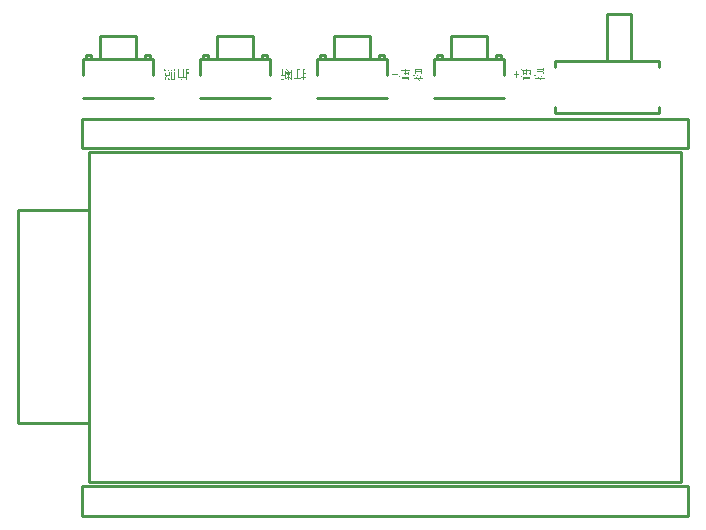
<source format=gto>
G04 Layer: TopSilkscreenLayer*
G04 EasyEDA Pro v2.2.43.4, 2025-12-31 16:20:31*
G04 Gerber Generator version 0.3*
G04 Scale: 100 percent, Rotated: No, Reflected: No*
G04 Dimensions in millimeters*
G04 Leading zeros omitted, absolute positions, 4 integers and 5 decimals*
G04 Generated by one-click*
%FSLAX45Y45*%
%MOMM*%
%ADD10C,0.254*%
%ADD11C,0.2730*%
G75*


G04 Text Start*
G36*
G01X4555779Y3828992D02*
G01X4555952Y3828646D01*
G01X4555779Y3827607D01*
G01X4555432Y3809596D01*
G01X4555259Y3803188D01*
G01X4555432Y3796781D01*
G01X4555779Y3780501D01*
G01X4555952Y3779289D01*
G01X4555779Y3778856D01*
G01X4555259Y3778943D01*
G01X4553701Y3779809D01*
G01X4552315Y3780674D01*
G01X4551103Y3781367D01*
G01X4550064Y3782060D01*
G01X4527896Y3782406D01*
G01X4505556Y3782233D01*
G01X4504690Y3781541D01*
G01X4503824Y3780155D01*
G01X4502785Y3778423D01*
G01X4502309Y3777860D01*
G01X4501919Y3777904D01*
G01X4501053Y3778596D01*
G01X4498282Y3780674D01*
G01X4497416Y3781367D01*
G01X4496377Y3782060D01*
G01X4495338Y3782926D01*
G01X4495165Y3783792D01*
G01X4495858Y3784311D01*
G01X4496724Y3785004D01*
G01X4497589Y3785870D01*
G01X4497979Y3790719D01*
G01X4498067Y3800071D01*
G01X4504344Y3800071D01*
G01X4504344Y3785177D01*
G01X4549024Y3785177D01*
G01X4549024Y3792451D01*
G01X4549024Y3792451D01*
G01X4548851Y3799898D01*
G01X4526511Y3800071D01*
G01X4504344Y3800071D01*
G01X4498067Y3800071D01*
G01X4498109Y3804574D01*
G01X4497992Y3817389D01*
G01X4504344Y3817389D01*
G01X4504344Y3802496D01*
G01X4549024Y3802496D01*
G01X4549024Y3809769D01*
G01X4549024Y3809769D01*
G01X4548851Y3817216D01*
G01X4526511Y3817389D01*
G01X4504344Y3817389D01*
G01X4497992Y3817389D01*
G01X4497936Y3823451D01*
G01X4497763Y3825009D01*
G01X4497893Y3825875D01*
G01X4498282Y3826394D01*
G01X4499841Y3827087D01*
G01X4503304Y3828473D01*
G01X4504344Y3828819D01*
G01X4504344Y3819814D01*
G01X4549024Y3819814D01*
G01X4549024Y3822931D01*
G01X4549198Y3825356D01*
G01X4549717Y3826394D01*
G01X4550929Y3827087D01*
G01X4552315Y3827780D01*
G01X4553874Y3828473D01*
G01X4555259Y3828992D01*
G01X4555779Y3828992D01*
G37*
G36*
G01X4329084Y3804574D02*
G01X4329084Y3779289D01*
G01X4351251Y3779289D01*
G01X4351251Y3775479D01*
G01X4329084Y3775479D01*
G01X4329084Y3749848D01*
G01X4324927Y3749848D01*
G01X4324927Y3775479D01*
G01X4302760Y3775479D01*
G01X4302760Y3779289D01*
G01X4324927Y3779289D01*
G01X4324927Y3804574D01*
G01X4329084Y3804574D01*
G37*
G36*
G01X4564394Y3745172D02*
G01X4565131Y3744826D01*
G01X4565996Y3743787D01*
G01X4567728Y3742055D01*
G01X4563139Y3741665D01*
G01X4548678Y3741536D01*
G01X4529282Y3741536D01*
G01X4529455Y3740323D01*
G01X4529974Y3738072D01*
G01X4530667Y3736340D01*
G01X4531360Y3734781D01*
G01X4532226Y3733049D01*
G01X4533092Y3731664D01*
G01X4533784Y3730625D01*
G01X4534477Y3729759D01*
G01X4534997Y3728893D01*
G01X4535689Y3728027D01*
G01X4536556Y3727161D01*
G01X4536556Y3726122D01*
G01X4536079Y3725776D01*
G01X4535343Y3725776D01*
G01X4533784Y3726296D01*
G01X4532053Y3726988D01*
G01X4530494Y3727681D01*
G01X4528069Y3728720D01*
G01X4526857Y3729413D01*
G01X4525818Y3730106D01*
G01X4524952Y3730625D01*
G01X4524259Y3731491D01*
G01X4523740Y3732876D01*
G01X4523394Y3735301D01*
G01X4523740Y3737726D01*
G01X4524259Y3739111D01*
G01X4524952Y3740150D01*
G01X4525645Y3741016D01*
G01X4522874Y3741406D01*
G01X4514215Y3741536D01*
G01X4501919Y3741189D01*
G01X4500880Y3740496D01*
G01X4500014Y3739804D01*
G01X4496551Y3736340D01*
G01X4495684Y3735647D01*
G01X4494819Y3735647D01*
G01X4488757Y3741709D01*
G01X4487372Y3743441D01*
G01X4495555Y3743830D01*
G01X4520796Y3743960D01*
G01X4556125Y3744133D01*
G01X4559242Y3744479D01*
G01X4561321Y3744826D01*
G01X4563226Y3745172D01*
G01X4564394Y3745172D01*
G37*
G36*
G01X4461741Y3767166D02*
G01X4462953Y3766647D01*
G01X4463819Y3765608D01*
G01X4465551Y3763876D01*
G01X4454467Y3763486D01*
G01X4420524Y3763356D01*
G01X4374457Y3763010D01*
G01X4371340Y3760412D01*
G01X4368742Y3757814D01*
G01X4368179Y3757771D01*
G01X4367530Y3758334D01*
G01X4366318Y3759893D01*
G01X4364066Y3762144D01*
G01X4363027Y3763529D01*
G01X4361296Y3765261D01*
G01X4372552Y3765651D01*
G01X4407016Y3765781D01*
G01X4453601Y3765954D01*
G01X4457065Y3766301D01*
G01X4460529Y3766993D01*
G01X4461741Y3767166D01*
G37*
G36*
G01X4460182Y3826914D02*
G01X4460875Y3826568D01*
G01X4461741Y3825529D01*
G01X4463473Y3823797D01*
G01X4457844Y3823407D01*
G01X4440266Y3823277D01*
G01X4416714Y3823277D01*
G01X4416714Y3819121D01*
G01X4416541Y3814445D01*
G01X4416367Y3813059D01*
G01X4416367Y3812194D01*
G01X4427797Y3812194D01*
G01X4439747Y3812367D01*
G01X4441998Y3812540D01*
G01X4444942Y3812713D01*
G01X4447021Y3813059D01*
G01X4448752Y3813406D01*
G01X4450138Y3813406D01*
G01X4451177Y3812886D01*
G01X4453774Y3810289D01*
G01X4449358Y3809899D01*
G01X4435417Y3809769D01*
G01X4416714Y3809769D01*
G01X4416714Y3807691D01*
G01X4416541Y3805093D01*
G01X4416541Y3800417D01*
G01X4419614Y3799898D01*
G01X4428490Y3799724D01*
G01X4440266Y3799724D01*
G01X4440266Y3801110D01*
G01X4440483Y3802236D01*
G01X4441132Y3802842D01*
G01X4442864Y3803534D01*
G01X4444249Y3804054D01*
G01X4445635Y3804401D01*
G01X4446501Y3804574D01*
G01X4446501Y3803534D01*
G01X4446328Y3801976D01*
G01X4446154Y3787775D01*
G01X4446328Y3773574D01*
G01X4446501Y3771496D01*
G01X4446371Y3770414D01*
G01X4445981Y3770284D01*
G01X4441132Y3773054D01*
G01X4415155Y3773401D01*
G01X4388831Y3773228D01*
G01X4387619Y3772535D01*
G01X4386926Y3771669D01*
G01X4386234Y3770630D01*
G01X4385844Y3770197D01*
G01X4385368Y3770284D01*
G01X4381211Y3773401D01*
G01X4379653Y3774440D01*
G01X4379263Y3774786D01*
G01X4379479Y3775133D01*
G01X4380346Y3775999D01*
G01X4381384Y3776864D01*
G01X4381904Y3779549D01*
G01X4382045Y3785524D01*
G01X4387966Y3785524D01*
G01X4387966Y3776172D01*
G01X4410826Y3776172D01*
G01X4410826Y3778423D01*
G01X4416541Y3778423D01*
G01X4416541Y3777038D01*
G01X4416714Y3776172D01*
G01X4440266Y3776172D01*
G01X4440266Y3780674D01*
G01X4440266Y3780674D01*
G01X4440093Y3785351D01*
G01X4428317Y3785524D01*
G01X4416714Y3785524D01*
G01X4416714Y3782233D01*
G01X4416541Y3778423D01*
G01X4410826Y3778423D01*
G01X4410826Y3780674D01*
G01X4410826Y3780674D01*
G01X4410652Y3785351D01*
G01X4399222Y3785524D01*
G01X4387966Y3785524D01*
G01X4382045Y3785524D01*
G01X4382077Y3786909D01*
G01X4381904Y3797127D01*
G01X4381890Y3797300D01*
G01X4387966Y3797300D01*
G01X4387966Y3788294D01*
G01X4410826Y3788294D01*
G01X4410826Y3792624D01*
G01X4410826Y3792624D01*
G01X4410652Y3797127D01*
G01X4399222Y3797300D01*
G01X4416714Y3797300D01*
G01X4416714Y3788294D01*
G01X4440266Y3788294D01*
G01X4440266Y3792624D01*
G01X4440266Y3792624D01*
G01X4440093Y3797127D01*
G01X4428317Y3797300D01*
G01X4416714Y3797300D01*
G01X4399222Y3797300D01*
G01X4387966Y3797300D01*
G01X4381890Y3797300D01*
G01X4381731Y3799205D01*
G01X4381861Y3800417D01*
G01X4382251Y3800937D01*
G01X4383289Y3801456D01*
G01X4385714Y3802496D01*
G01X4387099Y3803015D01*
G01X4387966Y3803188D01*
G01X4387966Y3799724D01*
G01X4410826Y3799724D01*
G01X4410826Y3809769D01*
G01X4399222Y3809769D01*
G01X4387099Y3809596D01*
G01X4386061Y3809249D01*
G01X4385194Y3808557D01*
G01X4383982Y3807344D01*
G01X4382597Y3806306D01*
G01X4381731Y3805439D01*
G01X4380865Y3804747D01*
G01X4379826Y3804920D01*
G01X4377748Y3807344D01*
G01X4376536Y3808557D01*
G01X4375496Y3809942D01*
G01X4373764Y3811674D01*
G01X4378181Y3812064D01*
G01X4392122Y3812194D01*
G01X4410826Y3812194D01*
G01X4410826Y3823277D01*
G01X4393681Y3823277D01*
G01X4376189Y3822931D01*
G01X4375323Y3822238D01*
G01X4372726Y3819641D01*
G01X4370994Y3818255D01*
G01X4370128Y3817389D01*
G01X4369608Y3817303D01*
G01X4369089Y3817736D01*
G01X4368049Y3818774D01*
G01X4366318Y3820853D01*
G01X4364932Y3822584D01*
G01X4363720Y3823797D01*
G01X4362681Y3825182D01*
G01X4373461Y3825572D01*
G01X4406496Y3825702D01*
G01X4452216Y3825875D01*
G01X4455333Y3826221D01*
G01X4457411Y3826568D01*
G01X4459143Y3826914D01*
G01X4460182Y3826914D01*
G37*
G36*
G01X4445116Y3760932D02*
G01X4445116Y3759893D01*
G01X4444942Y3758334D01*
G01X4444769Y3744306D01*
G01X4444942Y3730279D01*
G01X4445116Y3728720D01*
G01X4445029Y3727984D01*
G01X4444769Y3727854D01*
G01X4443557Y3728374D01*
G01X4440439Y3729759D01*
G01X4439054Y3730452D01*
G01X4414462Y3730798D01*
G01X4396278Y3730625D01*
G01X4389871Y3730106D01*
G01X4388831Y3728720D01*
G01X4388139Y3727508D01*
G01X4387619Y3726988D01*
G01X4386407Y3727508D01*
G01X4384848Y3728547D01*
G01X4382424Y3730279D01*
G01X4381038Y3731144D01*
G01X4380649Y3731491D01*
G01X4380865Y3731837D01*
G01X4381731Y3732703D01*
G01X4382770Y3733569D01*
G01X4383289Y3735994D01*
G01X4383417Y3740843D01*
G01X4389351Y3740843D01*
G01X4389351Y3733223D01*
G01X4438881Y3733223D01*
G01X4438881Y3736859D01*
G01X4438881Y3736859D01*
G01X4438708Y3740669D01*
G01X4413943Y3740843D01*
G01X4389351Y3740843D01*
G01X4383417Y3740843D01*
G01X4383463Y3742574D01*
G01X4383293Y3751580D01*
G01X4389351Y3751580D01*
G01X4389351Y3743614D01*
G01X4438881Y3743614D01*
G01X4438881Y3747424D01*
G01X4438881Y3747424D01*
G01X4438708Y3751407D01*
G01X4413943Y3751580D01*
G01X4389351Y3751580D01*
G01X4383293Y3751580D01*
G01X4383289Y3751753D01*
G01X4383116Y3754178D01*
G01X4383289Y3755693D01*
G01X4383809Y3756429D01*
G01X4386926Y3757814D01*
G01X4388485Y3758334D01*
G01X4389351Y3758507D01*
G01X4389351Y3754351D01*
G01X4438881Y3754351D01*
G01X4438881Y3756256D01*
G01X4439011Y3757771D01*
G01X4439401Y3758507D01*
G01X4440786Y3759200D01*
G01X4442344Y3759893D01*
G01X4444076Y3760586D01*
G01X4445116Y3760932D01*
G37*
G36*
G01X4575521Y3772881D02*
G01X4576214Y3772535D01*
G01X4577080Y3771496D01*
G01X4578812Y3769764D01*
G01X4571711Y3769374D01*
G01X4549717Y3769244D01*
G01X4527550Y3769071D01*
G01X4519930Y3768552D01*
G01X4519237Y3767166D01*
G01X4518544Y3765608D01*
G01X4517159Y3762144D01*
G01X4516466Y3760239D01*
G01X4515774Y3758507D01*
G01X4513176Y3750714D01*
G01X4512656Y3748809D01*
G01X4512137Y3747251D01*
G01X4511964Y3745865D01*
G01X4511617Y3744999D01*
G01X4510405Y3745346D01*
G01X4508846Y3746211D01*
G01X4507461Y3747077D01*
G01X4505036Y3748463D01*
G01X4503997Y3749156D01*
G01X4502958Y3749675D01*
G01X4502266Y3750194D01*
G01X4503131Y3751061D01*
G01X4505556Y3752792D01*
G01X4506768Y3753831D01*
G01X4508500Y3755563D01*
G01X4509539Y3756949D01*
G01X4510751Y3758681D01*
G01X4514215Y3764222D01*
G01X4515254Y3765954D01*
G01X4516120Y3767339D01*
G01X4516639Y3768552D01*
G01X4516813Y3769244D01*
G01X4505729Y3769244D01*
G01X4494126Y3769071D01*
G01X4493087Y3768552D01*
G01X4488757Y3764222D01*
G01X4487026Y3762837D01*
G01X4486333Y3762317D01*
G01X4485467Y3762664D01*
G01X4483735Y3764396D01*
G01X4481657Y3766820D01*
G01X4477327Y3771149D01*
G01X4488194Y3771539D01*
G01X4521489Y3771669D01*
G01X4567555Y3771842D01*
G01X4570326Y3772189D01*
G01X4574482Y3772881D01*
G01X4575521Y3772881D01*
G37*
G36*
G01X4540712Y3767166D02*
G01X4541751Y3766647D01*
G01X4542444Y3765608D01*
G01X4542963Y3764049D01*
G01X4543483Y3761798D01*
G01X4544002Y3760066D01*
G01X4544349Y3758681D01*
G01X4545388Y3755563D01*
G01X4545907Y3754178D01*
G01X4546600Y3752792D01*
G01X4547293Y3751061D01*
G01X4549024Y3747943D01*
G01X4549024Y3746558D01*
G01X4548635Y3746211D01*
G01X4548159Y3746211D01*
G01X4546946Y3746904D01*
G01X4545734Y3747770D01*
G01X4544868Y3748463D01*
G01X4544002Y3748982D01*
G01X4541404Y3751061D01*
G01X4540539Y3751926D01*
G01X4538807Y3753312D01*
G01X4537594Y3754524D01*
G01X4536556Y3756256D01*
G01X4536036Y3757641D01*
G01X4535863Y3759373D01*
G01X4536036Y3761451D01*
G01X4536556Y3763183D01*
G01X4537248Y3764396D01*
G01X4537941Y3765261D01*
G01X4539153Y3766474D01*
G01X4540712Y3767166D01*
G37*
G36*
G01X3527079Y3828992D02*
G01X3527252Y3828646D01*
G01X3527079Y3827607D01*
G01X3526732Y3809596D01*
G01X3526559Y3803188D01*
G01X3526732Y3796781D01*
G01X3527079Y3780501D01*
G01X3527252Y3779289D01*
G01X3527079Y3778856D01*
G01X3526559Y3778943D01*
G01X3525001Y3779809D01*
G01X3523615Y3780674D01*
G01X3522403Y3781367D01*
G01X3521364Y3782060D01*
G01X3499196Y3782406D01*
G01X3476856Y3782233D01*
G01X3475990Y3781541D01*
G01X3475124Y3780155D01*
G01X3474085Y3778423D01*
G01X3473609Y3777860D01*
G01X3473219Y3777904D01*
G01X3472353Y3778596D01*
G01X3469582Y3780674D01*
G01X3468716Y3781367D01*
G01X3467677Y3782060D01*
G01X3466638Y3782926D01*
G01X3466465Y3783792D01*
G01X3467158Y3784311D01*
G01X3468024Y3785004D01*
G01X3468889Y3785870D01*
G01X3469279Y3790719D01*
G01X3469367Y3800071D01*
G01X3475644Y3800071D01*
G01X3475644Y3785177D01*
G01X3520324Y3785177D01*
G01X3520324Y3792451D01*
G01X3520324Y3792451D01*
G01X3520151Y3799898D01*
G01X3497811Y3800071D01*
G01X3475644Y3800071D01*
G01X3469367Y3800071D01*
G01X3469409Y3804574D01*
G01X3469292Y3817389D01*
G01X3475644Y3817389D01*
G01X3475644Y3802496D01*
G01X3520324Y3802496D01*
G01X3520324Y3809769D01*
G01X3520324Y3809769D01*
G01X3520151Y3817216D01*
G01X3497811Y3817389D01*
G01X3475644Y3817389D01*
G01X3469292Y3817389D01*
G01X3469236Y3823451D01*
G01X3469063Y3825009D01*
G01X3469193Y3825875D01*
G01X3469582Y3826394D01*
G01X3471141Y3827087D01*
G01X3474604Y3828473D01*
G01X3475644Y3828819D01*
G01X3475644Y3819814D01*
G01X3520324Y3819814D01*
G01X3520324Y3822931D01*
G01X3520498Y3825356D01*
G01X3521017Y3826394D01*
G01X3522229Y3827087D01*
G01X3523615Y3827780D01*
G01X3525174Y3828473D01*
G01X3526559Y3828992D01*
G01X3527079Y3828992D01*
G37*
G36*
G01X3323936Y3779289D02*
G01X3323936Y3775479D01*
G01X3274406Y3775479D01*
G01X3274406Y3779289D01*
G01X3323936Y3779289D01*
G37*
G36*
G01X3433041Y3767166D02*
G01X3434253Y3766647D01*
G01X3435119Y3765608D01*
G01X3436851Y3763876D01*
G01X3425767Y3763486D01*
G01X3391824Y3763356D01*
G01X3345757Y3763010D01*
G01X3342640Y3760412D01*
G01X3340042Y3757814D01*
G01X3339479Y3757771D01*
G01X3338830Y3758334D01*
G01X3337618Y3759893D01*
G01X3335366Y3762144D01*
G01X3334327Y3763529D01*
G01X3332596Y3765261D01*
G01X3343852Y3765651D01*
G01X3378316Y3765781D01*
G01X3424901Y3765954D01*
G01X3428365Y3766301D01*
G01X3431829Y3766993D01*
G01X3433041Y3767166D01*
G37*
G36*
G01X3416416Y3760932D02*
G01X3416416Y3759893D01*
G01X3416242Y3758334D01*
G01X3416069Y3744306D01*
G01X3416242Y3730279D01*
G01X3416416Y3728720D01*
G01X3416329Y3727984D01*
G01X3416069Y3727854D01*
G01X3414857Y3728374D01*
G01X3411739Y3729759D01*
G01X3410354Y3730452D01*
G01X3385762Y3730798D01*
G01X3367578Y3730625D01*
G01X3361171Y3730106D01*
G01X3360131Y3728720D01*
G01X3359439Y3727508D01*
G01X3358919Y3726988D01*
G01X3357707Y3727508D01*
G01X3356148Y3728547D01*
G01X3353724Y3730279D01*
G01X3352338Y3731144D01*
G01X3351949Y3731491D01*
G01X3352165Y3731837D01*
G01X3353031Y3732703D01*
G01X3354070Y3733569D01*
G01X3354589Y3735994D01*
G01X3354717Y3740843D01*
G01X3360651Y3740843D01*
G01X3360651Y3733223D01*
G01X3410181Y3733223D01*
G01X3410181Y3736859D01*
G01X3410181Y3736859D01*
G01X3410008Y3740669D01*
G01X3385243Y3740843D01*
G01X3360651Y3740843D01*
G01X3354717Y3740843D01*
G01X3354763Y3742574D01*
G01X3354593Y3751580D01*
G01X3360651Y3751580D01*
G01X3360651Y3743614D01*
G01X3410181Y3743614D01*
G01X3410181Y3747424D01*
G01X3410181Y3747424D01*
G01X3410008Y3751407D01*
G01X3385243Y3751580D01*
G01X3360651Y3751580D01*
G01X3354593Y3751580D01*
G01X3354589Y3751753D01*
G01X3354416Y3754178D01*
G01X3354589Y3755693D01*
G01X3355109Y3756429D01*
G01X3358226Y3757814D01*
G01X3359785Y3758334D01*
G01X3360651Y3758507D01*
G01X3360651Y3754351D01*
G01X3410181Y3754351D01*
G01X3410181Y3756256D01*
G01X3410311Y3757771D01*
G01X3410701Y3758507D01*
G01X3412086Y3759200D01*
G01X3413644Y3759893D01*
G01X3415376Y3760586D01*
G01X3416416Y3760932D01*
G37*
G36*
G01X3535694Y3745172D02*
G01X3536431Y3744826D01*
G01X3537296Y3743787D01*
G01X3539028Y3742055D01*
G01X3534439Y3741665D01*
G01X3519978Y3741536D01*
G01X3500582Y3741536D01*
G01X3500755Y3740323D01*
G01X3501274Y3738072D01*
G01X3501967Y3736340D01*
G01X3502660Y3734781D01*
G01X3503526Y3733049D01*
G01X3504392Y3731664D01*
G01X3505084Y3730625D01*
G01X3505777Y3729759D01*
G01X3506297Y3728893D01*
G01X3506989Y3728027D01*
G01X3507856Y3727161D01*
G01X3507856Y3726122D01*
G01X3507379Y3725776D01*
G01X3506643Y3725776D01*
G01X3505084Y3726296D01*
G01X3503353Y3726988D01*
G01X3501794Y3727681D01*
G01X3499369Y3728720D01*
G01X3498157Y3729413D01*
G01X3497118Y3730106D01*
G01X3496252Y3730625D01*
G01X3495559Y3731491D01*
G01X3495040Y3732876D01*
G01X3494694Y3735301D01*
G01X3495040Y3737726D01*
G01X3495559Y3739111D01*
G01X3496252Y3740150D01*
G01X3496945Y3741016D01*
G01X3494174Y3741406D01*
G01X3485515Y3741536D01*
G01X3473219Y3741189D01*
G01X3472180Y3740496D01*
G01X3471314Y3739804D01*
G01X3467851Y3736340D01*
G01X3466984Y3735647D01*
G01X3466119Y3735647D01*
G01X3460057Y3741709D01*
G01X3458672Y3743441D01*
G01X3466855Y3743830D01*
G01X3492096Y3743960D01*
G01X3527425Y3744133D01*
G01X3530542Y3744479D01*
G01X3532621Y3744826D01*
G01X3534526Y3745172D01*
G01X3535694Y3745172D01*
G37*
G36*
G01X3512012Y3767166D02*
G01X3513051Y3766647D01*
G01X3513744Y3765608D01*
G01X3514263Y3764049D01*
G01X3514783Y3761798D01*
G01X3515302Y3760066D01*
G01X3515649Y3758681D01*
G01X3516688Y3755563D01*
G01X3517207Y3754178D01*
G01X3517900Y3752792D01*
G01X3518593Y3751061D01*
G01X3520324Y3747943D01*
G01X3520324Y3746558D01*
G01X3519935Y3746211D01*
G01X3519459Y3746211D01*
G01X3518246Y3746904D01*
G01X3517034Y3747770D01*
G01X3516168Y3748463D01*
G01X3515302Y3748982D01*
G01X3512704Y3751061D01*
G01X3511839Y3751926D01*
G01X3510107Y3753312D01*
G01X3508894Y3754524D01*
G01X3507856Y3756256D01*
G01X3507336Y3757641D01*
G01X3507163Y3759373D01*
G01X3507336Y3761451D01*
G01X3507856Y3763183D01*
G01X3508548Y3764396D01*
G01X3509241Y3765261D01*
G01X3510453Y3766474D01*
G01X3512012Y3767166D01*
G37*
G36*
G01X3431482Y3826914D02*
G01X3432175Y3826568D01*
G01X3433041Y3825529D01*
G01X3434773Y3823797D01*
G01X3429144Y3823407D01*
G01X3411566Y3823277D01*
G01X3388014Y3823277D01*
G01X3388014Y3819121D01*
G01X3387841Y3814445D01*
G01X3387667Y3813059D01*
G01X3387667Y3812194D01*
G01X3399097Y3812194D01*
G01X3411047Y3812367D01*
G01X3413298Y3812540D01*
G01X3416242Y3812713D01*
G01X3418321Y3813059D01*
G01X3420052Y3813406D01*
G01X3421438Y3813406D01*
G01X3422477Y3812886D01*
G01X3425074Y3810289D01*
G01X3420658Y3809899D01*
G01X3406717Y3809769D01*
G01X3388014Y3809769D01*
G01X3388014Y3807691D01*
G01X3387841Y3805093D01*
G01X3387841Y3800417D01*
G01X3390914Y3799898D01*
G01X3399790Y3799724D01*
G01X3411566Y3799724D01*
G01X3411566Y3801110D01*
G01X3411783Y3802236D01*
G01X3412432Y3802842D01*
G01X3414164Y3803534D01*
G01X3415549Y3804054D01*
G01X3416935Y3804401D01*
G01X3417801Y3804574D01*
G01X3417801Y3803534D01*
G01X3417628Y3801976D01*
G01X3417454Y3787775D01*
G01X3417628Y3773574D01*
G01X3417801Y3771496D01*
G01X3417671Y3770414D01*
G01X3417281Y3770284D01*
G01X3412432Y3773054D01*
G01X3386455Y3773401D01*
G01X3360131Y3773228D01*
G01X3358919Y3772535D01*
G01X3358226Y3771669D01*
G01X3357534Y3770630D01*
G01X3357144Y3770197D01*
G01X3356668Y3770284D01*
G01X3352511Y3773401D01*
G01X3350953Y3774440D01*
G01X3350563Y3774786D01*
G01X3350779Y3775133D01*
G01X3351646Y3775999D01*
G01X3352684Y3776864D01*
G01X3353204Y3779549D01*
G01X3353345Y3785524D01*
G01X3359266Y3785524D01*
G01X3359266Y3776172D01*
G01X3382126Y3776172D01*
G01X3382126Y3778423D01*
G01X3387841Y3778423D01*
G01X3387841Y3777038D01*
G01X3388014Y3776172D01*
G01X3411566Y3776172D01*
G01X3411566Y3780674D01*
G01X3411566Y3780674D01*
G01X3411393Y3785351D01*
G01X3399617Y3785524D01*
G01X3388014Y3785524D01*
G01X3388014Y3782233D01*
G01X3387841Y3778423D01*
G01X3382126Y3778423D01*
G01X3382126Y3780674D01*
G01X3382126Y3780674D01*
G01X3381952Y3785351D01*
G01X3370522Y3785524D01*
G01X3359266Y3785524D01*
G01X3353345Y3785524D01*
G01X3353377Y3786909D01*
G01X3353204Y3797127D01*
G01X3353190Y3797300D01*
G01X3359266Y3797300D01*
G01X3359266Y3788294D01*
G01X3382126Y3788294D01*
G01X3382126Y3792624D01*
G01X3382126Y3792624D01*
G01X3381952Y3797127D01*
G01X3370522Y3797300D01*
G01X3388014Y3797300D01*
G01X3388014Y3788294D01*
G01X3411566Y3788294D01*
G01X3411566Y3792624D01*
G01X3411566Y3792624D01*
G01X3411393Y3797127D01*
G01X3399617Y3797300D01*
G01X3388014Y3797300D01*
G01X3370522Y3797300D01*
G01X3359266Y3797300D01*
G01X3353190Y3797300D01*
G01X3353031Y3799205D01*
G01X3353161Y3800417D01*
G01X3353551Y3800937D01*
G01X3354589Y3801456D01*
G01X3357014Y3802496D01*
G01X3358399Y3803015D01*
G01X3359266Y3803188D01*
G01X3359266Y3799724D01*
G01X3382126Y3799724D01*
G01X3382126Y3809769D01*
G01X3370522Y3809769D01*
G01X3358399Y3809596D01*
G01X3357361Y3809249D01*
G01X3356494Y3808557D01*
G01X3355282Y3807344D01*
G01X3353897Y3806306D01*
G01X3353031Y3805439D01*
G01X3352165Y3804747D01*
G01X3351126Y3804920D01*
G01X3349048Y3807344D01*
G01X3347836Y3808557D01*
G01X3346796Y3809942D01*
G01X3345064Y3811674D01*
G01X3349481Y3812064D01*
G01X3363422Y3812194D01*
G01X3382126Y3812194D01*
G01X3382126Y3823277D01*
G01X3364981Y3823277D01*
G01X3347489Y3822931D01*
G01X3346623Y3822238D01*
G01X3344026Y3819641D01*
G01X3342294Y3818255D01*
G01X3341428Y3817389D01*
G01X3340908Y3817303D01*
G01X3340389Y3817736D01*
G01X3339349Y3818774D01*
G01X3337618Y3820853D01*
G01X3336232Y3822584D01*
G01X3335020Y3823797D01*
G01X3333981Y3825182D01*
G01X3344761Y3825572D01*
G01X3377796Y3825702D01*
G01X3423516Y3825875D01*
G01X3426633Y3826221D01*
G01X3428711Y3826568D01*
G01X3430443Y3826914D01*
G01X3431482Y3826914D01*
G37*
G36*
G01X3546821Y3772881D02*
G01X3547514Y3772535D01*
G01X3548380Y3771496D01*
G01X3550112Y3769764D01*
G01X3543011Y3769374D01*
G01X3521017Y3769244D01*
G01X3498850Y3769071D01*
G01X3491230Y3768552D01*
G01X3490537Y3767166D01*
G01X3489844Y3765608D01*
G01X3488459Y3762144D01*
G01X3487766Y3760239D01*
G01X3487074Y3758507D01*
G01X3484476Y3750714D01*
G01X3483956Y3748809D01*
G01X3483437Y3747251D01*
G01X3483264Y3745865D01*
G01X3482917Y3744999D01*
G01X3481705Y3745346D01*
G01X3480146Y3746211D01*
G01X3478761Y3747077D01*
G01X3476336Y3748463D01*
G01X3475297Y3749156D01*
G01X3474258Y3749675D01*
G01X3473566Y3750194D01*
G01X3474431Y3751061D01*
G01X3476856Y3752792D01*
G01X3478068Y3753831D01*
G01X3479800Y3755563D01*
G01X3480839Y3756949D01*
G01X3482051Y3758681D01*
G01X3485515Y3764222D01*
G01X3486554Y3765954D01*
G01X3487420Y3767339D01*
G01X3487939Y3768552D01*
G01X3488113Y3769244D01*
G01X3477029Y3769244D01*
G01X3465426Y3769071D01*
G01X3464387Y3768552D01*
G01X3460057Y3764222D01*
G01X3458326Y3762837D01*
G01X3457633Y3762317D01*
G01X3456767Y3762664D01*
G01X3455035Y3764396D01*
G01X3452957Y3766820D01*
G01X3448627Y3771149D01*
G01X3459494Y3771539D01*
G01X3492789Y3771669D01*
G01X3538855Y3771842D01*
G01X3541626Y3772189D01*
G01X3545782Y3772881D01*
G01X3546821Y3772881D01*
G37*
G36*
G01X2391468Y3830031D02*
G01X2390905Y3830334D01*
G01X2390256Y3830204D01*
G01X2389216Y3829512D01*
G01X2388351Y3828819D01*
G01X2386965Y3827780D01*
G01X2385233Y3826394D01*
G01X2384021Y3825182D01*
G01X2382289Y3823797D01*
G01X2379691Y3821199D01*
G01X2378306Y3819467D01*
G01X2377440Y3818601D01*
G01X2375362Y3815831D01*
G01X2374496Y3814618D01*
G01X2373457Y3813059D01*
G01X2372591Y3811674D01*
G01X2371898Y3810289D01*
G01X2371206Y3809076D01*
G01X2370686Y3808037D01*
G01X2370166Y3806825D01*
G01X2369647Y3805439D01*
G01X2368608Y3802322D01*
G01X2368261Y3800937D01*
G01X2367569Y3797819D01*
G01X2366876Y3793663D01*
G01X2366529Y3790892D01*
G01X2366183Y3787775D01*
G01X2365837Y3781887D01*
G01X2365664Y3774959D01*
G01X2365664Y3768552D01*
G01X2349384Y3768552D01*
G01X2349384Y3792971D01*
G01X2349558Y3817909D01*
G01X2349731Y3823451D01*
G01X2349731Y3828473D01*
G01X2348865Y3828126D01*
G01X2347479Y3827434D01*
G01X2345055Y3826394D01*
G01X2343843Y3825702D01*
G01X2343323Y3824273D01*
G01X2343150Y3820679D01*
G01X2343323Y3815484D01*
G01X2343496Y3791758D01*
G01X2343496Y3768552D01*
G01X2336569Y3768552D01*
G01X2331460Y3768422D01*
G01X2329988Y3768032D01*
G01X2332586Y3765434D01*
G01X2333971Y3763703D01*
G01X2335703Y3761971D01*
G01X2336569Y3761278D01*
G01X2337262Y3760932D01*
G01X2337954Y3761451D01*
G01X2341418Y3764915D01*
G01X2342457Y3765781D01*
G01X2354407Y3766127D01*
G01X2365664Y3766127D01*
G01X2365664Y3740150D01*
G01X2364798Y3739977D01*
G01X2355099Y3738591D01*
G01X2353541Y3738418D01*
G01X2349904Y3737899D01*
G01X2347826Y3737552D01*
G01X2345401Y3737206D01*
G01X2341245Y3736513D01*
G01X2339513Y3736340D01*
G01X2338128Y3736167D01*
G01X2335530Y3735994D01*
G01X2334058Y3735864D01*
G01X2333798Y3735474D01*
G01X2334664Y3734608D01*
G01X2336396Y3732530D01*
G01X2339859Y3729066D01*
G01X2340899Y3728893D01*
G01X2341764Y3729586D01*
G01X2342804Y3730279D01*
G01X2343843Y3730798D01*
G01X2345055Y3731491D01*
G01X2346441Y3732184D01*
G01X2347999Y3732876D01*
G01X2351809Y3734262D01*
G01X2354061Y3734954D01*
G01X2357524Y3735821D01*
G01X2359256Y3736340D01*
G01X2361681Y3736859D01*
G01X2365144Y3737552D01*
G01X2367222Y3737379D01*
G01X2368434Y3736686D01*
G01X2369647Y3735821D01*
G01X2371032Y3734954D01*
G01X2371725Y3734608D01*
G01X2371898Y3741709D01*
G01X2371725Y3749329D01*
G01X2371552Y3764049D01*
G01X2371725Y3778769D01*
G01X2372071Y3787775D01*
G01X2372418Y3792624D01*
G01X2372764Y3796088D01*
G01X2373457Y3800244D01*
G01X2373976Y3801976D01*
G01X2374496Y3804054D01*
G01X2375016Y3805613D01*
G01X2375708Y3807344D01*
G01X2376401Y3809249D01*
G01X2377786Y3812021D01*
G01X2378652Y3813579D01*
G01X2380731Y3816696D01*
G01X2381596Y3817909D01*
G01X2383674Y3820679D01*
G01X2384541Y3821546D01*
G01X2386619Y3823970D01*
G01X2390948Y3828299D01*
G01X2391641Y3829166D01*
G01X2391771Y3829555D01*
G01X2391468Y3830031D01*
G37*
G36*
G01X2480137Y3829339D02*
G01X2479877Y3829642D01*
G01X2479444Y3829512D01*
G01X2478232Y3828992D01*
G01X2476846Y3828299D01*
G01X2475461Y3827434D01*
G01X2474422Y3826741D01*
G01X2473556Y3826048D01*
G01X2472690Y3825182D01*
G01X2471824Y3823970D01*
G01X2470958Y3822411D01*
G01X2470439Y3821026D01*
G01X2470092Y3819641D01*
G01X2469919Y3781541D01*
G01X2469919Y3744306D01*
G01X2457104Y3744306D01*
G01X2447579Y3744176D01*
G01X2444634Y3743787D01*
G01X2451562Y3736859D01*
G01X2452428Y3736340D01*
G01X2453294Y3736859D01*
G01X2457623Y3741189D01*
G01X2458662Y3741709D01*
G01X2481176Y3741882D01*
G01X2497585Y3742012D01*
G01X2502824Y3742401D01*
G01X2501092Y3744133D01*
G01X2500053Y3744999D01*
G01X2498148Y3745172D01*
G01X2496069Y3744826D01*
G01X2494338Y3744479D01*
G01X2484986Y3744306D01*
G01X2476500Y3744306D01*
G01X2476500Y3780674D01*
G01X2476673Y3808167D01*
G01X2477193Y3817909D01*
G01X2478448Y3818558D01*
G01X2480829Y3818774D01*
G01X2484293Y3818601D01*
G01X2489835Y3817909D01*
G01X2492259Y3817562D01*
G01X2493126Y3817562D01*
G01X2493472Y3818601D01*
G01X2493212Y3819337D01*
G01X2492433Y3819814D01*
G01X2490354Y3820506D01*
G01X2488623Y3821199D01*
G01X2487064Y3821892D01*
G01X2485506Y3822758D01*
G01X2484293Y3823624D01*
G01X2482908Y3824663D01*
G01X2481869Y3825875D01*
G01X2481349Y3826741D01*
G01X2480656Y3827953D01*
G01X2480137Y3829339D01*
G37*
G36*
G01X2527935Y3829858D02*
G01X2527069Y3829858D01*
G01X2525511Y3829166D01*
G01X2523952Y3828299D01*
G01X2522739Y3827434D01*
G01X2521008Y3825702D01*
G01X2520315Y3824836D01*
G01X2519796Y3823797D01*
G01X2519103Y3822238D01*
G01X2518583Y3819641D01*
G01X2518410Y3798512D01*
G01X2518237Y3783792D01*
G01X2517717Y3778769D01*
G01X2516505Y3778250D01*
G01X2513734Y3776864D01*
G01X2512349Y3775999D01*
G01X2509231Y3774440D01*
G01X2507846Y3773574D01*
G01X2504729Y3772016D01*
G01X2501092Y3769937D01*
G01X2500616Y3769504D01*
G01X2500572Y3768898D01*
G01X2501265Y3768032D01*
G01X2502477Y3768206D01*
G01X2504209Y3768898D01*
G01X2505768Y3769591D01*
G01X2506980Y3770111D01*
G01X2508366Y3770630D01*
G01X2509924Y3771323D01*
G01X2515119Y3773401D01*
G01X2516678Y3774094D01*
G01X2517891Y3774613D01*
G01X2518280Y3772189D01*
G01X2518410Y3764569D01*
G01X2518410Y3754351D01*
G01X2508885Y3754351D01*
G01X2501828Y3754221D01*
G01X2499706Y3753831D01*
G01X2500572Y3752966D01*
G01X2501438Y3752273D01*
G01X2502477Y3751061D01*
G01X2506287Y3747251D01*
G01X2506677Y3746947D01*
G01X2507153Y3747077D01*
G01X2510617Y3750541D01*
G01X2511483Y3751234D01*
G01X2515119Y3751580D01*
G01X2518410Y3751580D01*
G01X2518410Y3742921D01*
G01X2518280Y3736383D01*
G01X2517891Y3734089D01*
G01X2517024Y3733396D01*
G01X2515812Y3732357D01*
G01X2515293Y3731881D01*
G01X2515466Y3731491D01*
G01X2516851Y3730798D01*
G01X2518583Y3730106D01*
G01X2519969Y3729413D01*
G01X2523606Y3727854D01*
G01X2524644Y3727334D01*
G01X2524904Y3728893D01*
G01X2524991Y3734262D01*
G01X2524818Y3742055D01*
G01X2524644Y3747077D01*
G01X2524644Y3751580D01*
G01X2535555Y3751580D01*
G01X2543651Y3751710D01*
G01X2546119Y3752099D01*
G01X2544387Y3753831D01*
G01X2543348Y3754697D01*
G01X2541963Y3755044D01*
G01X2540751Y3754871D01*
G01X2538672Y3754524D01*
G01X2530879Y3754351D01*
G01X2524644Y3754351D01*
G01X2524644Y3777211D01*
G01X2525511Y3777384D01*
G01X2530186Y3778943D01*
G01X2531918Y3779636D01*
G01X2536074Y3781021D01*
G01X2537979Y3781541D01*
G01X2539538Y3782060D01*
G01X2543002Y3783099D01*
G01X2544387Y3783446D01*
G01X2545599Y3783619D01*
G01X2546119Y3784311D01*
G01X2545599Y3785177D01*
G01X2544907Y3786043D01*
G01X2544041Y3787429D01*
G01X2543002Y3788814D01*
G01X2541270Y3791239D01*
G01X2540880Y3791542D01*
G01X2540404Y3791412D01*
G01X2539538Y3790546D01*
G01X2538499Y3789680D01*
G01X2537460Y3788987D01*
G01X2536248Y3788121D01*
G01X2534516Y3787082D01*
G01X2532784Y3786216D01*
G01X2530359Y3784831D01*
G01X2525164Y3782233D01*
G01X2524774Y3786260D01*
G01X2524644Y3798686D01*
G01X2524818Y3815831D01*
G01X2525164Y3817043D01*
G01X2526203Y3818255D01*
G01X2527502Y3818645D01*
G01X2529667Y3818774D01*
G01X2532784Y3818601D01*
G01X2535209Y3818255D01*
G01X2540404Y3817216D01*
G01X2541616Y3817043D01*
G01X2541616Y3818082D01*
G01X2541443Y3818904D01*
G01X2540924Y3819294D01*
G01X2539711Y3819814D01*
G01X2535555Y3821892D01*
G01X2533996Y3822758D01*
G01X2532438Y3823797D01*
G01X2531226Y3824836D01*
G01X2529494Y3826568D01*
G01X2528801Y3827434D01*
G01X2528281Y3828646D01*
G01X2527935Y3829858D01*
G37*
G36*
G01X2423853Y3819987D02*
G01X2423506Y3820247D01*
G01X2423160Y3819987D01*
G01X2422294Y3819121D01*
G01X2421255Y3817909D01*
G01X2420043Y3816696D01*
G01X2400473Y3816350D01*
G01X2386402Y3816220D01*
G01X2381943Y3815831D01*
G01X2388004Y3809769D01*
G01X2388697Y3809249D01*
G01X2389389Y3809249D01*
G01X2390256Y3809942D01*
G01X2393199Y3812886D01*
G01X2394066Y3813579D01*
G01X2407574Y3813926D01*
G01X2420389Y3813926D01*
G01X2420389Y3775826D01*
G01X2420259Y3747164D01*
G01X2419869Y3737379D01*
G01X2418138Y3735994D01*
G01X2417272Y3735128D01*
G01X2417229Y3734651D01*
G01X2417791Y3734262D01*
G01X2424719Y3730798D01*
G01X2425931Y3730106D01*
G01X2426624Y3729759D01*
G01X2426624Y3731491D01*
G01X2426451Y3733742D01*
G01X2426104Y3756949D01*
G01X2425931Y3784484D01*
G01X2426061Y3804833D01*
G01X2426451Y3811847D01*
G01X2427316Y3812713D01*
G01X2429048Y3814099D01*
G01X2429221Y3814964D01*
G01X2427663Y3816523D01*
G01X2425584Y3818255D01*
G01X2423853Y3819987D01*
G37*
G36*
G01X2400993Y3807518D02*
G01X2400993Y3811501D01*
G01X2396663Y3809769D01*
G01X2395104Y3809076D01*
G01X2394585Y3807994D01*
G01X2394412Y3805439D01*
G01X2394585Y3801629D01*
G01X2394758Y3788294D01*
G01X2394628Y3778726D01*
G01X2394239Y3775652D01*
G01X2393373Y3776345D01*
G01X2392507Y3777211D01*
G01X2390429Y3779636D01*
G01X2389043Y3781367D01*
G01X2388177Y3782406D01*
G01X2387311Y3783792D01*
G01X2386272Y3785351D01*
G01X2385406Y3786736D01*
G01X2384021Y3789507D01*
G01X2382636Y3792624D01*
G01X2382116Y3793663D01*
G01X2381423Y3794702D01*
G01X2380860Y3795049D01*
G01X2380211Y3795049D01*
G01X2379172Y3794183D01*
G01X2378479Y3792797D01*
G01X2377786Y3790892D01*
G01X2377440Y3788468D01*
G01X2377786Y3786736D01*
G01X2378479Y3785351D01*
G01X2379345Y3784138D01*
G01X2380211Y3783099D01*
G01X2381423Y3781887D01*
G01X2382636Y3780848D01*
G01X2383501Y3780155D01*
G01X2384367Y3779636D01*
G01X2385233Y3778943D01*
G01X2386446Y3778077D01*
G01X2389563Y3775999D01*
G01X2392334Y3774267D01*
G01X2393892Y3773228D01*
G01X2394758Y3772708D01*
G01X2394758Y3767513D01*
G01X2384714Y3767513D01*
G01X2377267Y3767383D01*
G01X2375016Y3766993D01*
G01X2381077Y3760932D01*
G01X2381553Y3760802D01*
G01X2381943Y3761105D01*
G01X2385406Y3764569D01*
G01X2386792Y3764958D01*
G01X2390256Y3765088D01*
G01X2394758Y3765088D01*
G01X2394758Y3749675D01*
G01X2394628Y3738072D01*
G01X2394239Y3734089D01*
G01X2393373Y3733396D01*
G01X2391598Y3731881D01*
G01X2391641Y3731491D01*
G01X2392853Y3730798D01*
G01X2399781Y3727334D01*
G01X2400819Y3726988D01*
G01X2400993Y3732011D01*
G01X2400819Y3737552D01*
G01X2400646Y3751580D01*
G01X2400646Y3765088D01*
G01X2409825Y3765088D01*
G01X2416622Y3765218D01*
G01X2418657Y3765608D01*
G01X2416926Y3767339D01*
G01X2415886Y3768206D01*
G01X2413981Y3768206D01*
G01X2411211Y3767686D01*
G01X2406534Y3767513D01*
G01X2404197Y3767686D01*
G01X2403417Y3768206D01*
G01X2403591Y3769418D01*
G01X2404110Y3771149D01*
G01X2404976Y3774613D01*
G01X2406188Y3778250D01*
G01X2406881Y3779982D01*
G01X2407401Y3781541D01*
G01X2407920Y3782926D01*
G01X2408613Y3784484D01*
G01X2409306Y3786216D01*
G01X2409998Y3787775D01*
G01X2412769Y3793317D01*
G01X2413635Y3794876D01*
G01X2417099Y3800417D01*
G01X2418138Y3801976D01*
G01X2418657Y3803015D01*
G01X2418138Y3803361D01*
G01X2417099Y3803188D01*
G01X2415367Y3801456D01*
G01X2413981Y3799724D01*
G01X2411384Y3796607D01*
G01X2410691Y3795568D01*
G01X2409998Y3794702D01*
G01X2409132Y3793490D01*
G01X2408093Y3791931D01*
G01X2407227Y3790719D01*
G01X2406534Y3789680D01*
G01X2405669Y3788294D01*
G01X2404803Y3786736D01*
G01X2403417Y3784311D01*
G01X2401339Y3780155D01*
G01X2401036Y3779895D01*
G01X2400819Y3780155D01*
G01X2400646Y3791585D01*
G01X2400819Y3803015D01*
G01X2400993Y3807518D01*
G37*
G36*
G01X2391641Y3760932D02*
G01X2390775Y3761105D01*
G01X2390082Y3760412D01*
G01X2389216Y3759027D01*
G01X2388004Y3757295D01*
G01X2386272Y3754871D01*
G01X2382636Y3749675D01*
G01X2380557Y3746904D01*
G01X2378999Y3745519D01*
G01X2377613Y3744653D01*
G01X2376921Y3743960D01*
G01X2377267Y3743441D01*
G01X2378652Y3742574D01*
G01X2382116Y3740150D01*
G01X2383674Y3738938D01*
G01X2384237Y3738678D01*
G01X2384541Y3738938D01*
G01X2385233Y3742055D01*
G01X2385753Y3743787D01*
G01X2386446Y3746038D01*
G01X2387831Y3750194D01*
G01X2388524Y3751926D01*
G01X2389563Y3754697D01*
G01X2390256Y3756256D01*
G01X2391641Y3759719D01*
G01X2391641Y3760932D01*
G37*
G36*
G01X2408786Y3758854D02*
G01X2408223Y3759330D01*
G01X2407574Y3759373D01*
G01X2406534Y3758507D01*
G01X2405669Y3757122D01*
G01X2404803Y3755563D01*
G01X2404283Y3753485D01*
G01X2404456Y3751580D01*
G01X2405149Y3750194D01*
G01X2406188Y3748636D01*
G01X2407227Y3747251D01*
G01X2408093Y3746384D01*
G01X2409479Y3745346D01*
G01X2410691Y3744133D01*
G01X2413289Y3742055D01*
G01X2414154Y3741536D01*
G01X2415021Y3740843D01*
G01X2415497Y3740713D01*
G01X2415886Y3741016D01*
G01X2415886Y3742055D01*
G01X2415194Y3743441D01*
G01X2413808Y3745865D01*
G01X2413116Y3747597D01*
G01X2412423Y3748982D01*
G01X2411730Y3750541D01*
G01X2411037Y3752273D01*
G01X2409998Y3755736D01*
G01X2409479Y3757295D01*
G01X2408786Y3758854D01*
G37*
G36*
G01X1539803Y3828862D02*
G01X1540106Y3828126D01*
G01X1540626Y3826741D01*
G01X1541145Y3825875D01*
G01X1541838Y3825009D01*
G01X1542704Y3824316D01*
G01X1543916Y3823451D01*
G01X1545301Y3822584D01*
G01X1548072Y3821199D01*
G01X1549631Y3820506D01*
G01X1551536Y3819814D01*
G01X1552185Y3819337D01*
G01X1552402Y3818601D01*
G01X1552315Y3817995D01*
G01X1552056Y3817909D01*
G01X1550843Y3818082D01*
G01X1549458Y3818255D01*
G01X1543223Y3818948D01*
G01X1540972Y3819121D01*
G01X1538374Y3818601D01*
G01X1537162Y3817389D01*
G01X1536642Y3816177D01*
G01X1536469Y3800417D01*
G01X1536599Y3789031D01*
G01X1536989Y3785351D01*
G01X1538201Y3785870D01*
G01X1539586Y3786736D01*
G01X1543223Y3789334D01*
G01X1545994Y3791412D01*
G01X1547726Y3792797D01*
G01X1548592Y3793663D01*
G01X1549631Y3794876D01*
G01X1550237Y3795308D01*
G01X1550670Y3795222D01*
G01X1551536Y3794009D01*
G01X1554653Y3789334D01*
G01X1555519Y3788121D01*
G01X1555606Y3787645D01*
G01X1555173Y3787256D01*
G01X1553441Y3786563D01*
G01X1551363Y3785870D01*
G01X1549631Y3785177D01*
G01X1548246Y3784658D01*
G01X1547033Y3784138D01*
G01X1543916Y3782753D01*
G01X1541491Y3781714D01*
G01X1538721Y3780328D01*
G01X1537335Y3779809D01*
G01X1536469Y3779636D01*
G01X1536469Y3755736D01*
G01X1542184Y3755736D01*
G01X1549111Y3755909D01*
G01X1550843Y3756256D01*
G01X1552402Y3756429D01*
G01X1553961Y3755909D01*
G01X1555173Y3754697D01*
G01X1556212Y3753485D01*
G01X1553961Y3753095D01*
G01X1546514Y3752966D01*
G01X1536469Y3752966D01*
G01X1536469Y3741709D01*
G01X1536642Y3729932D01*
G01X1536816Y3727334D01*
G01X1536729Y3725863D01*
G01X1536469Y3725603D01*
G01X1535257Y3726296D01*
G01X1533871Y3726988D01*
G01X1530754Y3728374D01*
G01X1527983Y3729759D01*
G01X1526771Y3730279D01*
G01X1526338Y3730495D01*
G01X1526424Y3730798D01*
G01X1527117Y3731491D01*
G01X1527983Y3732011D01*
G01X1529715Y3733396D01*
G01X1530105Y3735950D01*
G01X1530234Y3743267D01*
G01X1530234Y3752966D01*
G01X1526944Y3752966D01*
G01X1524390Y3752836D01*
G01X1523307Y3752446D01*
G01X1519844Y3748982D01*
G01X1519497Y3748723D01*
G01X1519151Y3748982D01*
G01X1514475Y3753658D01*
G01X1513263Y3754524D01*
G01X1512570Y3755217D01*
G01X1514562Y3755606D01*
G01X1521229Y3755736D01*
G01X1530234Y3755736D01*
G01X1530234Y3776518D01*
G01X1529369Y3776172D01*
G01X1526598Y3774786D01*
G01X1524173Y3773401D01*
G01X1520017Y3771323D01*
G01X1517592Y3769937D01*
G01X1516380Y3769418D01*
G01X1515774Y3769504D01*
G01X1515341Y3770111D01*
G01X1515298Y3770890D01*
G01X1515861Y3771496D01*
G01X1517419Y3772535D01*
G01X1519844Y3774267D01*
G01X1521402Y3775306D01*
G01X1522788Y3776172D01*
G01X1523827Y3776864D01*
G01X1525039Y3777731D01*
G01X1528156Y3779809D01*
G01X1529542Y3780674D01*
G01X1530061Y3785524D01*
G01X1530234Y3799378D01*
G01X1530408Y3818601D01*
G01X1530754Y3820333D01*
G01X1531274Y3821719D01*
G01X1531793Y3822931D01*
G01X1532486Y3823970D01*
G01X1533871Y3825702D01*
G01X1535257Y3826741D01*
G01X1536816Y3827780D01*
G01X1538028Y3828473D01*
G01X1539240Y3828992D01*
G01X1539803Y3828862D01*
G37*
G36*
G01X1510838Y3829166D02*
G01X1510838Y3822411D01*
G01X1510665Y3815138D01*
G01X1510492Y3784831D01*
G01X1510665Y3754524D01*
G01X1510838Y3750714D01*
G01X1510838Y3747424D01*
G01X1509972Y3747943D01*
G01X1505296Y3751061D01*
G01X1503824Y3751450D01*
G01X1500794Y3751580D01*
G01X1497893Y3751407D01*
G01X1496811Y3750887D01*
G01X1496291Y3749675D01*
G01X1495771Y3748289D01*
G01X1493174Y3740496D01*
G01X1492134Y3737033D01*
G01X1490576Y3731318D01*
G01X1490056Y3728893D01*
G01X1489537Y3727161D01*
G01X1489277Y3726815D01*
G01X1488844Y3726815D01*
G01X1487805Y3727334D01*
G01X1482263Y3730798D01*
G01X1481051Y3731491D01*
G01X1480661Y3731837D01*
G01X1480878Y3732184D01*
G01X1481917Y3732703D01*
G01X1482783Y3733396D01*
G01X1484514Y3735128D01*
G01X1485207Y3735994D01*
G01X1486073Y3737206D01*
G01X1486939Y3738591D01*
G01X1487632Y3739804D01*
G01X1488498Y3741362D01*
G01X1489364Y3742748D01*
G01X1492827Y3748809D01*
G01X1493520Y3749848D01*
G01X1494039Y3750887D01*
G01X1494213Y3751580D01*
G01X1469621Y3751580D01*
G01X1469101Y3750714D01*
G01X1467889Y3748982D01*
G01X1467023Y3747597D01*
G01X1466807Y3747294D01*
G01X1466504Y3747424D01*
G01X1462867Y3750021D01*
G01X1461308Y3751061D01*
G01X1460096Y3751926D01*
G01X1459576Y3752619D01*
G01X1460096Y3753312D01*
G01X1461828Y3755044D01*
G01X1462217Y3762620D01*
G01X1462330Y3781714D01*
G01X1468582Y3781714D01*
G01X1468582Y3754351D01*
G01X1504257Y3754351D01*
G01X1504257Y3767859D01*
G01X1504257Y3767859D01*
G01X1504084Y3781541D01*
G01X1486246Y3781714D01*
G01X1468582Y3781714D01*
G01X1462330Y3781714D01*
G01X1462347Y3784658D01*
G01X1462175Y3814272D01*
G01X1468582Y3814272D01*
G01X1468582Y3784138D01*
G01X1504257Y3784138D01*
G01X1504257Y3799032D01*
G01X1504257Y3799032D01*
G01X1504084Y3814099D01*
G01X1486246Y3814272D01*
G01X1468582Y3814272D01*
G01X1462175Y3814272D01*
G01X1462174Y3814445D01*
G01X1462001Y3819814D01*
G01X1462131Y3823537D01*
G01X1462521Y3825009D01*
G01X1463559Y3825702D01*
G01X1466331Y3827087D01*
G01X1467716Y3827607D01*
G01X1468582Y3827780D01*
G01X1468582Y3816696D01*
G01X1504257Y3816696D01*
G01X1504257Y3821372D01*
G01X1504387Y3824966D01*
G01X1504777Y3826394D01*
G01X1505989Y3827087D01*
G01X1507548Y3827780D01*
G01X1508933Y3828473D01*
G01X1510146Y3828992D01*
G01X1510838Y3829166D01*
G37*
G36*
G01X1348350Y3826871D02*
G01X1348913Y3826394D01*
G01X1349779Y3824836D01*
G01X1350299Y3823451D01*
G01X1350645Y3822065D01*
G01X1351164Y3820506D01*
G01X1351857Y3818774D01*
G01X1352550Y3817216D01*
G01X1355494Y3811328D01*
G01X1357572Y3807864D01*
G01X1359651Y3804747D01*
G01X1360863Y3803015D01*
G01X1361556Y3801803D01*
G01X1361036Y3801110D01*
G01X1359997Y3801110D01*
G01X1359131Y3801803D01*
G01X1356533Y3803534D01*
G01X1353069Y3805959D01*
G01X1351684Y3806998D01*
G01X1348221Y3809769D01*
G01X1345276Y3812713D01*
G01X1344237Y3814445D01*
G01X1343544Y3816004D01*
G01X1343198Y3817736D01*
G01X1343371Y3819641D01*
G01X1343891Y3821372D01*
G01X1344584Y3822931D01*
G01X1345449Y3824316D01*
G01X1346489Y3825875D01*
G01X1347701Y3826914D01*
G01X1348350Y3826871D01*
G37*
G36*
G01X1400998Y3769678D02*
G01X1401387Y3769244D01*
G01X1401561Y3768206D01*
G01X1400694Y3767513D01*
G01X1399656Y3766647D01*
G01X1394114Y3761105D01*
G01X1393074Y3759719D01*
G01X1391689Y3757988D01*
G01X1390650Y3756602D01*
G01X1389438Y3754871D01*
G01X1388399Y3753312D01*
G01X1387533Y3751753D01*
G01X1386147Y3749329D01*
G01X1385454Y3747770D01*
G01X1384935Y3746384D01*
G01X1384416Y3745172D01*
G01X1383896Y3743787D01*
G01X1383376Y3741882D01*
G01X1382857Y3740323D01*
G01X1382164Y3736859D01*
G01X1381991Y3735474D01*
G01X1381991Y3734608D01*
G01X1383376Y3734608D01*
G01X1385281Y3734781D01*
G01X1386494Y3734954D01*
G01X1388399Y3735128D01*
G01X1390477Y3735474D01*
G01X1393074Y3735301D01*
G01X1394460Y3734911D01*
G01X1395153Y3734435D01*
G01X1396884Y3732703D01*
G01X1392036Y3732314D01*
G01X1376796Y3732184D01*
G01X1361426Y3732054D01*
G01X1356187Y3731664D01*
G01X1355494Y3730798D01*
G01X1353762Y3728720D01*
G01X1352723Y3728547D01*
G01X1351857Y3729239D01*
G01X1350991Y3730106D01*
G01X1350126Y3730798D01*
G01X1349259Y3731318D01*
G01X1346662Y3733396D01*
G01X1346532Y3733872D01*
G01X1346835Y3734262D01*
G01X1347701Y3734954D01*
G01X1348913Y3735821D01*
G01X1349606Y3736513D01*
G01X1349952Y3737552D01*
G01X1350299Y3739631D01*
G01X1350645Y3742055D01*
G01X1350991Y3744133D01*
G01X1351338Y3746038D01*
G01X1351857Y3748636D01*
G01X1352377Y3750368D01*
G01X1352723Y3751753D01*
G01X1353243Y3753312D01*
G01X1353762Y3754697D01*
G01X1354282Y3755909D01*
G01X1354974Y3757122D01*
G01X1355841Y3758161D01*
G01X1357572Y3759893D01*
G01X1358438Y3760586D01*
G01X1359651Y3761278D01*
G01X1361209Y3761971D01*
G01X1362768Y3762491D01*
G01X1363461Y3762491D01*
G01X1363807Y3762144D01*
G01X1364326Y3760932D01*
G01X1364846Y3759546D01*
G01X1365539Y3758507D01*
G01X1367271Y3756776D01*
G01X1368656Y3755909D01*
G01X1370388Y3755044D01*
G01X1372293Y3754351D01*
G01X1373505Y3753485D01*
G01X1373332Y3752619D01*
G01X1372466Y3752446D01*
G01X1368656Y3753139D01*
G01X1365019Y3753312D01*
G01X1361209Y3752966D01*
G01X1359824Y3752446D01*
G01X1359261Y3752143D01*
G01X1358958Y3751580D01*
G01X1358438Y3750194D01*
G01X1357919Y3748463D01*
G01X1357572Y3746904D01*
G01X1356879Y3742748D01*
G01X1356187Y3737206D01*
G01X1356014Y3735647D01*
G01X1356014Y3734608D01*
G01X1375410Y3734608D01*
G01X1375583Y3735994D01*
G01X1376103Y3738418D01*
G01X1376622Y3739977D01*
G01X1376969Y3741362D01*
G01X1378008Y3744479D01*
G01X1378527Y3745865D01*
G01X1381298Y3751407D01*
G01X1381991Y3752619D01*
G01X1382684Y3753658D01*
G01X1384416Y3756083D01*
G01X1386494Y3758681D01*
G01X1391169Y3763356D01*
G01X1392901Y3764742D01*
G01X1394287Y3765781D01*
G01X1395499Y3766647D01*
G01X1396884Y3767513D01*
G01X1397924Y3768206D01*
G01X1399136Y3768898D01*
G01X1400521Y3769591D01*
G01X1400998Y3769678D01*
G37*
G36*
G01X1390304Y3795914D02*
G01X1390304Y3793490D01*
G01X1390131Y3790546D01*
G01X1389957Y3780328D01*
G01X1390131Y3770111D01*
G01X1390304Y3767166D01*
G01X1390217Y3765391D01*
G01X1389957Y3764915D01*
G01X1388745Y3765434D01*
G01X1387359Y3766127D01*
G01X1384242Y3767513D01*
G01X1370907Y3767859D01*
G01X1361166Y3767729D01*
G01X1357572Y3767339D01*
G01X1356706Y3766301D01*
G01X1354974Y3763876D01*
G01X1354585Y3763573D01*
G01X1354109Y3763703D01*
G01X1351338Y3765781D01*
G01X1350472Y3766474D01*
G01X1349606Y3766993D01*
G01X1348740Y3767686D01*
G01X1348567Y3768725D01*
G01X1350645Y3770803D01*
G01X1351035Y3772448D01*
G01X1351164Y3777038D01*
G01X1350991Y3783619D01*
G01X1350818Y3787948D01*
G01X1350832Y3788294D01*
G01X1357399Y3788294D01*
G01X1357399Y3770284D01*
G01X1383723Y3770284D01*
G01X1383723Y3779116D01*
G01X1383723Y3779116D01*
G01X1383549Y3788121D01*
G01X1370388Y3788294D01*
G01X1357399Y3788294D01*
G01X1350832Y3788294D01*
G01X1350991Y3792278D01*
G01X1351857Y3793144D01*
G01X1356533Y3794702D01*
G01X1357399Y3794876D01*
G01X1357399Y3791066D01*
G01X1370388Y3791066D01*
G01X1380173Y3791195D01*
G01X1383549Y3791585D01*
G01X1383896Y3792971D01*
G01X1384242Y3793663D01*
G01X1384935Y3794009D01*
G01X1389611Y3795568D01*
G01X1390304Y3795914D01*
G37*
G36*
G01X1376796Y3824663D02*
G01X1377834Y3824316D01*
G01X1378527Y3823104D01*
G01X1379047Y3821372D01*
G01X1379393Y3819987D01*
G01X1379739Y3818255D01*
G01X1380259Y3816350D01*
G01X1381298Y3813233D01*
G01X1381818Y3811847D01*
G01X1382337Y3810635D01*
G01X1383030Y3809249D01*
G01X1384416Y3806132D01*
G01X1385108Y3804747D01*
G01X1386494Y3802322D01*
G01X1386494Y3801456D01*
G01X1385801Y3801110D01*
G01X1384935Y3801283D01*
G01X1384069Y3801976D01*
G01X1381991Y3803708D01*
G01X1379566Y3805786D01*
G01X1377834Y3807518D01*
G01X1376796Y3808384D01*
G01X1375756Y3809423D01*
G01X1374024Y3811501D01*
G01X1373159Y3813059D01*
G01X1372466Y3814791D01*
G01X1372119Y3816177D01*
G01X1372119Y3817043D01*
G01X1372293Y3818082D01*
G01X1372639Y3819814D01*
G01X1373332Y3821372D01*
G01X1374024Y3822584D01*
G01X1375237Y3823970D01*
G01X1376796Y3824663D01*
G37*
G36*
G01X1403119Y3825529D02*
G01X1404158Y3825356D01*
G01X1404851Y3824143D01*
G01X1405371Y3822065D01*
G01X1405717Y3819294D01*
G01X1406063Y3817216D01*
G01X1406409Y3815311D01*
G01X1406929Y3813233D01*
G01X1407449Y3811501D01*
G01X1407968Y3809942D01*
G01X1409007Y3807171D01*
G01X1409700Y3805786D01*
G01X1410393Y3804227D01*
G01X1410912Y3802842D01*
G01X1410912Y3802192D01*
G01X1410566Y3801629D01*
G01X1410090Y3801370D01*
G01X1409700Y3801629D01*
G01X1407968Y3803015D01*
G01X1403639Y3807344D01*
G01X1402253Y3809076D01*
G01X1401214Y3810289D01*
G01X1400175Y3811847D01*
G01X1399309Y3813406D01*
G01X1398616Y3814964D01*
G01X1398097Y3816696D01*
G01X1398097Y3818601D01*
G01X1398616Y3820506D01*
G01X1399482Y3822238D01*
G01X1400348Y3823451D01*
G01X1401561Y3824663D01*
G01X1403119Y3825529D01*
G37*
G36*
G01X1434638Y3800764D02*
G01X1434638Y3799898D01*
G01X1434465Y3798512D01*
G01X1434292Y3766127D01*
G01X1434465Y3733742D01*
G01X1434638Y3731837D01*
G01X1434465Y3730452D01*
G01X1433426Y3730971D01*
G01X1430309Y3733049D01*
G01X1429096Y3733916D01*
G01X1420091Y3734262D01*
G01X1413467Y3734089D01*
G01X1410912Y3733569D01*
G01X1410046Y3732357D01*
G01X1409181Y3730971D01*
G01X1408314Y3729759D01*
G01X1407968Y3729629D01*
G01X1407622Y3729932D01*
G01X1405544Y3731664D01*
G01X1404678Y3732530D01*
G01X1402946Y3733916D01*
G01X1402080Y3734781D01*
G01X1401950Y3735258D01*
G01X1402253Y3735647D01*
G01X1403119Y3736513D01*
G01X1404331Y3737552D01*
G01X1405197Y3738072D01*
G01X1405197Y3754351D01*
G01X1410912Y3754351D01*
G01X1410912Y3752619D01*
G01X1411086Y3744653D01*
G01X1411086Y3737033D01*
G01X1428404Y3737033D01*
G01X1428404Y3748636D01*
G01X1428404Y3748636D01*
G01X1428231Y3760412D01*
G01X1419571Y3760586D01*
G01X1411086Y3760586D01*
G01X1411086Y3758161D01*
G01X1410912Y3754351D01*
G01X1405197Y3754351D01*
G01X1405197Y3756083D01*
G01X1405052Y3771669D01*
G01X1410912Y3771669D01*
G01X1410912Y3766474D01*
G01X1411086Y3764742D01*
G01X1411086Y3763356D01*
G01X1428404Y3763356D01*
G01X1428404Y3775133D01*
G01X1428404Y3775133D01*
G01X1428231Y3787082D01*
G01X1419571Y3787256D01*
G01X1411086Y3787256D01*
G01X1411086Y3779982D01*
G01X1410912Y3771669D01*
G01X1405052Y3771669D01*
G01X1405024Y3774613D01*
G01X1404851Y3785004D01*
G01X1405024Y3792494D01*
G01X1405544Y3795222D01*
G01X1409007Y3796607D01*
G01X1410393Y3796954D01*
G01X1410869Y3796737D01*
G01X1410912Y3796088D01*
G01X1410912Y3790719D01*
G01X1413207Y3790199D01*
G01X1419744Y3790026D01*
G01X1428404Y3790026D01*
G01X1428404Y3793663D01*
G01X1428750Y3797646D01*
G01X1429616Y3798339D01*
G01X1433772Y3800417D01*
G01X1434638Y3800764D01*
G37*
G36*
G01X1433946Y3826221D02*
G01X1435677Y3826221D01*
G01X1437063Y3825702D01*
G01X1438794Y3825009D01*
G01X1439661Y3823970D01*
G01X1439314Y3822411D01*
G01X1438102Y3820853D01*
G01X1437236Y3819814D01*
G01X1435677Y3818255D01*
G01X1434984Y3817389D01*
G01X1434119Y3816177D01*
G01X1433079Y3814618D01*
G01X1432214Y3813059D01*
G01X1431521Y3811847D01*
G01X1430828Y3810462D01*
G01X1430136Y3808903D01*
G01X1429096Y3806479D01*
G01X1428404Y3804920D01*
G01X1427711Y3803015D01*
G01X1427235Y3802366D01*
G01X1426499Y3802149D01*
G01X1425633Y3802149D01*
G01X1425633Y3806306D01*
G01X1425806Y3810981D01*
G01X1425979Y3812367D01*
G01X1426152Y3814445D01*
G01X1426499Y3816523D01*
G01X1427191Y3819294D01*
G01X1427711Y3820679D01*
G01X1428404Y3822065D01*
G01X1429269Y3823277D01*
G01X1431001Y3825009D01*
G01X1432041Y3825702D01*
G01X1433946Y3826221D01*
G37*
G04 Text End*

G04 PolygonModel Start*
G54D10*
G01X4224312Y3908011D02*
G01X4224312Y3773320D01*
G01X4074312Y4102097D02*
G01X3774313Y4102097D01*
G01X3774313Y4078013D02*
G01X3774313Y4102097D01*
G01X4074312Y4078013D02*
G01X4074312Y4102097D01*
G01X4224312Y3578009D02*
G01X3624313Y3578009D01*
G01X3654207Y3908011D02*
G01X3654207Y3942410D01*
G01X3654207Y3942410D02*
G01X3695713Y3942410D01*
G01X3695713Y3942410D02*
G01X3695713Y3908011D01*
G01X4198376Y3908011D02*
G01X4198376Y3942410D01*
G01X4198376Y3942410D02*
G01X4152913Y3942410D01*
G01X4152913Y3942410D02*
G01X4152913Y3908011D01*
G01X3774313Y4078013D02*
G01X3774313Y3908011D01*
G01X4074312Y3908011D02*
G01X4074312Y4078013D01*
G01X3624313Y3908011D02*
G01X3624313Y3773320D01*
G01X4224312Y3908011D02*
G01X3624313Y3908011D01*
G01X3233712Y3908011D02*
G01X3233712Y3773320D01*
G01X3083712Y4102097D02*
G01X2783713Y4102097D01*
G01X2783713Y4078013D02*
G01X2783713Y4102097D01*
G01X3083712Y4078013D02*
G01X3083712Y4102097D01*
G01X3233712Y3578009D02*
G01X2633713Y3578009D01*
G01X2663607Y3908011D02*
G01X2663607Y3942410D01*
G01X2663607Y3942410D02*
G01X2705113Y3942410D01*
G01X2705113Y3942410D02*
G01X2705113Y3908011D01*
G01X3207776Y3908011D02*
G01X3207776Y3942410D01*
G01X3207776Y3942410D02*
G01X3162313Y3942410D01*
G01X3162313Y3942410D02*
G01X3162313Y3908011D01*
G01X2783713Y4078013D02*
G01X2783713Y3908011D01*
G01X3083712Y3908011D02*
G01X3083712Y4078013D01*
G01X2633713Y3908011D02*
G01X2633713Y3773320D01*
G01X3233712Y3908011D02*
G01X2633713Y3908011D01*
G01X2243112Y3908011D02*
G01X2243112Y3773320D01*
G01X2093112Y4102097D02*
G01X1793113Y4102097D01*
G01X1793113Y4078013D02*
G01X1793113Y4102097D01*
G01X2093112Y4078013D02*
G01X2093112Y4102097D01*
G01X2243112Y3578009D02*
G01X1643113Y3578009D01*
G01X1673007Y3908011D02*
G01X1673007Y3942410D01*
G01X1673007Y3942410D02*
G01X1714513Y3942410D01*
G01X1714513Y3942410D02*
G01X1714513Y3908011D01*
G01X2217176Y3908011D02*
G01X2217176Y3942410D01*
G01X2217176Y3942410D02*
G01X2171713Y3942410D01*
G01X2171713Y3942410D02*
G01X2171713Y3908011D01*
G01X1793113Y4078013D02*
G01X1793113Y3908011D01*
G01X2093112Y3908011D02*
G01X2093112Y4078013D01*
G01X1643113Y3908011D02*
G01X1643113Y3773320D01*
G01X2243112Y3908011D02*
G01X1643113Y3908011D01*
G01X5295905Y4290309D02*
G01X5092705Y4290309D01*
G01X5295905Y4290309D02*
G01X5295905Y3890310D01*
G01X5092705Y3890310D02*
G01X5092705Y4290309D01*
G01X4652706Y3450311D02*
G01X5532704Y3450311D01*
G01X4652706Y3890310D02*
G01X5532704Y3890310D01*
G01X5532704Y3450311D02*
G01X5532704Y3498835D01*
G01X5532704Y3841786D02*
G01X5532704Y3890310D01*
G01X4652706Y3450311D02*
G01X4652706Y3498835D01*
G01X4652706Y3841786D02*
G01X4652706Y3890310D01*
G01X1252512Y3908011D02*
G01X1252512Y3773320D01*
G01X1102512Y4102097D02*
G01X802513Y4102097D01*
G01X802513Y4078013D02*
G01X802513Y4102097D01*
G01X1102512Y4078013D02*
G01X1102512Y4102097D01*
G01X1252512Y3578009D02*
G01X652513Y3578009D01*
G01X682407Y3908011D02*
G01X682407Y3942410D01*
G01X682407Y3942410D02*
G01X723913Y3942410D01*
G01X723913Y3942410D02*
G01X723913Y3908011D01*
G01X1226576Y3908011D02*
G01X1226576Y3942410D01*
G01X1226576Y3942410D02*
G01X1181113Y3942410D01*
G01X1181113Y3942410D02*
G01X1181113Y3908011D01*
G01X802513Y4078013D02*
G01X802513Y3908011D01*
G01X1102512Y3908011D02*
G01X1102512Y4078013D01*
G01X652513Y3908011D02*
G01X652513Y3773320D01*
G01X1252512Y3908011D02*
G01X652513Y3908011D01*
G01X708797Y3124020D02*
G01X708797Y324020D01*
G01X5718797Y324020D01*
G01X5718797Y3124020D01*
G01X708797Y3124020D01*
G01X108797Y1729100D02*
G01X108797Y2629100D01*
G01X108797Y2629100D02*
G01X708797Y2629100D01*
G01X108797Y1729100D02*
G01X108797Y829100D01*
G01X108797Y829100D02*
G01X708797Y829100D01*

G04 Rect Start*
G01X648106Y40081D02*
G01X648106Y290093D01*
G01X5778094Y290093D01*
G01X5778094Y40081D01*
G01X648106Y40081D01*
G01X5778094Y3401619D02*
G01X5778094Y3151607D01*
G01X648106Y3151607D01*
G01X648106Y3401619D01*
G01X5778094Y3401619D01*
G04 Rect End*

M02*


</source>
